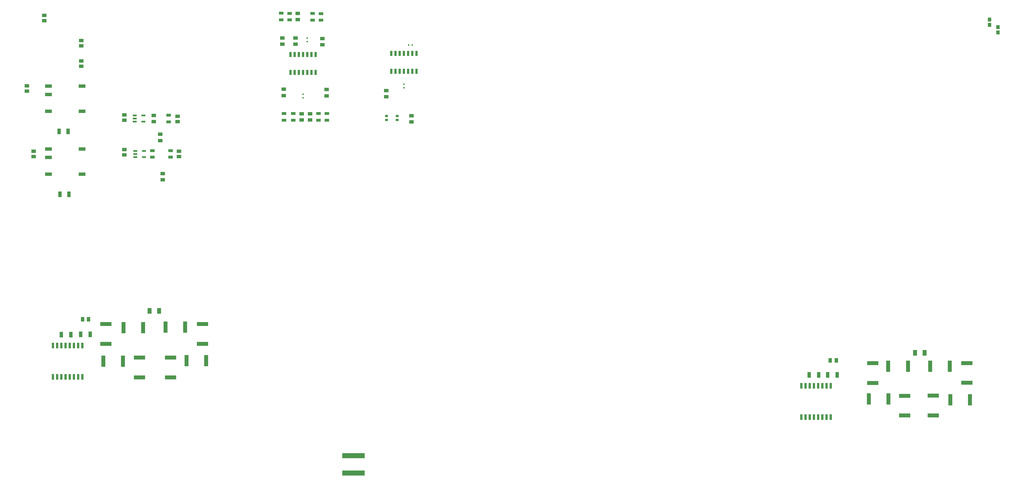
<source format=gbr>
%TF.GenerationSoftware,KiCad,Pcbnew,(6.0.10)*%
%TF.CreationDate,2023-03-07T15:46:30-03:00*%
%TF.ProjectId,PCB_Hbridge,5043425f-4862-4726-9964-67652e6b6963,rev?*%
%TF.SameCoordinates,Original*%
%TF.FileFunction,Paste,Top*%
%TF.FilePolarity,Positive*%
%FSLAX46Y46*%
G04 Gerber Fmt 4.6, Leading zero omitted, Abs format (unit mm)*
G04 Created by KiCad (PCBNEW (6.0.10)) date 2023-03-07 15:46:30*
%MOMM*%
%LPD*%
G01*
G04 APERTURE LIST*
%ADD10R,0.650000X1.800000*%
%ADD11R,1.150000X1.800000*%
%ADD12R,1.400000X1.000000*%
%ADD13R,1.050000X1.150000*%
%ADD14R,1.470000X1.020000*%
%ADD15R,1.020000X1.820000*%
%ADD16R,3.350000X1.250000*%
%ADD17R,1.150000X0.600000*%
%ADD18R,2.100000X1.000000*%
%ADD19R,0.420000X0.620000*%
%ADD20R,1.450000X0.950000*%
%ADD21R,1.250000X3.350000*%
%ADD22R,1.117600X1.447800*%
%ADD23R,1.010000X1.820000*%
%ADD24R,6.800000X1.500000*%
%ADD25R,0.900000X0.650000*%
%ADD26R,0.620000X0.420000*%
%ADD27R,0.700000X1.525000*%
G04 APERTURE END LIST*
D10*
%TO.C,U10*%
X56007000Y-143917000D03*
X57277000Y-143917000D03*
X58547000Y-143917000D03*
X59817000Y-143917000D03*
X61087000Y-143917000D03*
X62357000Y-143917000D03*
X63627000Y-143917000D03*
X64897000Y-143917000D03*
X64897000Y-134467000D03*
X63627000Y-134467000D03*
X62357000Y-134467000D03*
X61087000Y-134467000D03*
X59817000Y-134467000D03*
X58547000Y-134467000D03*
X57277000Y-134467000D03*
X56007000Y-134467000D03*
%TD*%
D11*
%TO.C,R20*%
X85164000Y-123952000D03*
X88064000Y-123952000D03*
%TD*%
D12*
%TO.C,R39*%
X125730000Y-58753800D03*
X125730000Y-56853800D03*
%TD*%
D13*
%TO.C,D2*%
X339090000Y-35776000D03*
X339090000Y-37376000D03*
%TD*%
D14*
%TO.C,C9*%
X94034000Y-75603200D03*
X94034000Y-77203200D03*
%TD*%
D15*
%TO.C,C20*%
X284604000Y-143357600D03*
X287404000Y-143357600D03*
%TD*%
D13*
%TO.C,D1*%
X341630000Y-38062000D03*
X341630000Y-39662000D03*
%TD*%
D16*
%TO.C,R16*%
X72009000Y-133937000D03*
X72009000Y-127937000D03*
%TD*%
D14*
%TO.C,C4*%
X77591000Y-76708000D03*
X77591000Y-75108000D03*
%TD*%
%TO.C,C12*%
X53340000Y-36068000D03*
X53340000Y-34468000D03*
%TD*%
D17*
%TO.C,U7*%
X80712000Y-64775000D03*
X80712000Y-65725000D03*
X80712000Y-66675000D03*
X83312000Y-66675000D03*
X83312000Y-64775000D03*
%TD*%
D12*
%TO.C,R30*%
X131114800Y-66135800D03*
X131114800Y-64235800D03*
%TD*%
D18*
%TO.C,U5*%
X54640000Y-55880000D03*
X54640000Y-58420000D03*
X54640000Y-63500000D03*
X64740000Y-63500000D03*
X64740000Y-55880000D03*
%TD*%
D12*
%TO.C,R40*%
X138684000Y-58819800D03*
X138684000Y-56919800D03*
%TD*%
D16*
%TO.C,R22*%
X322072000Y-155608000D03*
X322072000Y-149608000D03*
%TD*%
D19*
%TO.C,C28*%
X163534000Y-43434000D03*
X164634000Y-43434000D03*
%TD*%
D14*
%TO.C,C3*%
X77577000Y-66233000D03*
X77577000Y-64633000D03*
%TD*%
D17*
%TO.C,U8*%
X80863000Y-75504000D03*
X80863000Y-76454000D03*
X80863000Y-77404000D03*
X83463000Y-77404000D03*
X83463000Y-75504000D03*
%TD*%
D16*
%TO.C,R21*%
X313436000Y-155654000D03*
X313436000Y-149654000D03*
%TD*%
D20*
%TO.C,R44*%
X124973400Y-35786200D03*
X124973400Y-33786200D03*
%TD*%
D12*
%TO.C,R48*%
X129286000Y-41280000D03*
X129286000Y-43180000D03*
%TD*%
D16*
%TO.C,R25*%
X303784000Y-145796000D03*
X303784000Y-139796000D03*
%TD*%
D12*
%TO.C,R4*%
X89154000Y-82362000D03*
X89154000Y-84262000D03*
%TD*%
D14*
%TO.C,C8*%
X93645200Y-65001200D03*
X93645200Y-66601200D03*
%TD*%
D21*
%TO.C,R18*%
X77264000Y-129032000D03*
X83264000Y-129032000D03*
%TD*%
D22*
%TO.C,C16*%
X64922400Y-126492000D03*
X66751200Y-126492000D03*
%TD*%
D20*
%TO.C,R5*%
X90902000Y-64699600D03*
X90902000Y-66699600D03*
%TD*%
D12*
%TO.C,R1*%
X88392000Y-70470000D03*
X88392000Y-72370000D03*
%TD*%
D23*
%TO.C,C5*%
X57862000Y-69596000D03*
X60502000Y-69596000D03*
%TD*%
D15*
%TO.C,C18*%
X290192000Y-143357600D03*
X292992000Y-143357600D03*
%TD*%
D16*
%TO.C,R12*%
X82169000Y-144097000D03*
X82169000Y-138097000D03*
%TD*%
%TO.C,R26*%
X332232000Y-145748000D03*
X332232000Y-139748000D03*
%TD*%
D21*
%TO.C,R24*%
X333200000Y-150876000D03*
X327200000Y-150876000D03*
%TD*%
%TO.C,R15*%
X102314000Y-139065000D03*
X96314000Y-139065000D03*
%TD*%
D12*
%TO.C,R42*%
X125278200Y-41280000D03*
X125278200Y-43180000D03*
%TD*%
D20*
%TO.C,R35*%
X138734800Y-64185800D03*
X138734800Y-66185800D03*
%TD*%
D24*
%TO.C,C21*%
X146812000Y-167834000D03*
X146812000Y-173034000D03*
%TD*%
D14*
%TO.C,C13*%
X64516000Y-43726000D03*
X64516000Y-42126000D03*
%TD*%
D20*
%TO.C,R47*%
X137033000Y-35913800D03*
X137033000Y-33913800D03*
%TD*%
D25*
%TO.C,R37*%
X159982000Y-66107000D03*
X159982000Y-64957000D03*
%TD*%
D14*
%TO.C,C2*%
X50102000Y-75614000D03*
X50102000Y-77214000D03*
%TD*%
D26*
%TO.C,C24*%
X131568000Y-59478000D03*
X131568000Y-58378000D03*
%TD*%
D20*
%TO.C,R34*%
X136194800Y-64185800D03*
X136194800Y-66185800D03*
%TD*%
D18*
%TO.C,U6*%
X54640000Y-74930000D03*
X54640000Y-77470000D03*
X54640000Y-82550000D03*
X64740000Y-82550000D03*
X64740000Y-74930000D03*
%TD*%
D16*
%TO.C,R17*%
X101219000Y-133937000D03*
X101219000Y-127937000D03*
%TD*%
D20*
%TO.C,R33*%
X128617000Y-64185800D03*
X128617000Y-66185800D03*
%TD*%
D15*
%TO.C,C17*%
X58544000Y-131159000D03*
X61344000Y-131159000D03*
%TD*%
D14*
%TO.C,C1*%
X48070000Y-55842000D03*
X48070000Y-57442000D03*
%TD*%
D12*
%TO.C,R43*%
X137414000Y-41468000D03*
X137414000Y-43368000D03*
%TD*%
D21*
%TO.C,R27*%
X308452000Y-140716000D03*
X314452000Y-140716000D03*
%TD*%
D12*
%TO.C,R49*%
X129997200Y-33855000D03*
X129997200Y-35755000D03*
%TD*%
D16*
%TO.C,R13*%
X91567000Y-144097000D03*
X91567000Y-138097000D03*
%TD*%
D27*
%TO.C,U15*%
X158242000Y-51429200D03*
X159512000Y-51429200D03*
X160782000Y-51429200D03*
X162052000Y-51429200D03*
X163322000Y-51429200D03*
X164592000Y-51429200D03*
X165862000Y-51429200D03*
X165862000Y-46005200D03*
X164592000Y-46005200D03*
X163322000Y-46005200D03*
X162052000Y-46005200D03*
X160782000Y-46005200D03*
X159512000Y-46005200D03*
X158242000Y-46005200D03*
%TD*%
D25*
%TO.C,R38*%
X156807000Y-66092000D03*
X156807000Y-64942000D03*
%TD*%
D21*
%TO.C,R28*%
X327104000Y-140716000D03*
X321104000Y-140716000D03*
%TD*%
D27*
%TO.C,U14*%
X127762000Y-51734000D03*
X129032000Y-51734000D03*
X130302000Y-51734000D03*
X131572000Y-51734000D03*
X132842000Y-51734000D03*
X134112000Y-51734000D03*
X135382000Y-51734000D03*
X135382000Y-46310000D03*
X134112000Y-46310000D03*
X132842000Y-46310000D03*
X131572000Y-46310000D03*
X130302000Y-46310000D03*
X129032000Y-46310000D03*
X127762000Y-46310000D03*
%TD*%
D21*
%TO.C,R23*%
X302562000Y-150622000D03*
X308562000Y-150622000D03*
%TD*%
D20*
%TO.C,R6*%
X91494000Y-77403200D03*
X91494000Y-75403200D03*
%TD*%
D12*
%TO.C,R2*%
X86457000Y-64775000D03*
X86457000Y-66675000D03*
%TD*%
D15*
%TO.C,C15*%
X64386000Y-131064000D03*
X67186000Y-131064000D03*
%TD*%
D12*
%TO.C,R32*%
X164338000Y-66736000D03*
X164338000Y-64836000D03*
%TD*%
D21*
%TO.C,R19*%
X95964000Y-128905000D03*
X89964000Y-128905000D03*
%TD*%
D20*
%TO.C,R3*%
X86049200Y-77403200D03*
X86049200Y-75403200D03*
%TD*%
D11*
%TO.C,R29*%
X316558000Y-136652000D03*
X319458000Y-136652000D03*
%TD*%
D22*
%TO.C,C19*%
X290931600Y-138938000D03*
X292760400Y-138938000D03*
%TD*%
D20*
%TO.C,R36*%
X125797000Y-64185800D03*
X125797000Y-66185800D03*
%TD*%
D26*
%TO.C,C26*%
X132876000Y-42460000D03*
X132876000Y-41360000D03*
%TD*%
%TO.C,C22*%
X162056000Y-56430000D03*
X162056000Y-55330000D03*
%TD*%
D10*
%TO.C,U12*%
X282194000Y-156109000D03*
X283464000Y-156109000D03*
X284734000Y-156109000D03*
X286004000Y-156109000D03*
X287274000Y-156109000D03*
X288544000Y-156109000D03*
X289814000Y-156109000D03*
X291084000Y-156109000D03*
X291084000Y-146659000D03*
X289814000Y-146659000D03*
X288544000Y-146659000D03*
X287274000Y-146659000D03*
X286004000Y-146659000D03*
X284734000Y-146659000D03*
X283464000Y-146659000D03*
X282194000Y-146659000D03*
%TD*%
D20*
%TO.C,R46*%
X134493000Y-35876800D03*
X134493000Y-33876800D03*
%TD*%
D12*
%TO.C,R31*%
X133654800Y-66135800D03*
X133654800Y-64235800D03*
%TD*%
D23*
%TO.C,C6*%
X58116000Y-88646000D03*
X60756000Y-88646000D03*
%TD*%
D20*
%TO.C,R45*%
X127533400Y-35843000D03*
X127533400Y-33843000D03*
%TD*%
D21*
%TO.C,R14*%
X71168000Y-139192000D03*
X77168000Y-139192000D03*
%TD*%
D14*
%TO.C,C14*%
X64516000Y-48276000D03*
X64516000Y-49876000D03*
%TD*%
D12*
%TO.C,R41*%
X156718000Y-59116000D03*
X156718000Y-57216000D03*
%TD*%
M02*

</source>
